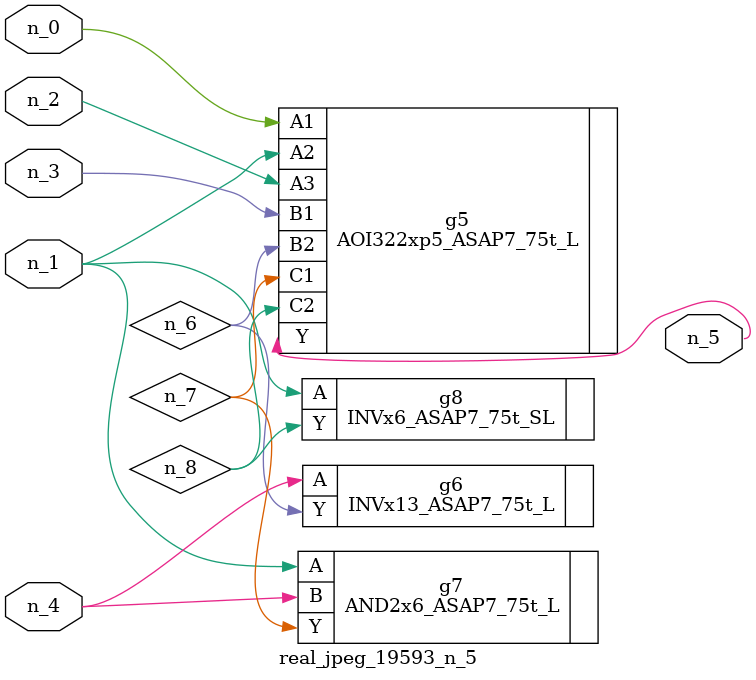
<source format=v>
module real_jpeg_19593_n_5 (n_4, n_0, n_1, n_2, n_3, n_5);

input n_4;
input n_0;
input n_1;
input n_2;
input n_3;

output n_5;

wire n_8;
wire n_6;
wire n_7;

AOI322xp5_ASAP7_75t_L g5 ( 
.A1(n_0),
.A2(n_1),
.A3(n_2),
.B1(n_3),
.B2(n_6),
.C1(n_7),
.C2(n_8),
.Y(n_5)
);

AND2x6_ASAP7_75t_L g7 ( 
.A(n_1),
.B(n_4),
.Y(n_7)
);

INVx6_ASAP7_75t_SL g8 ( 
.A(n_1),
.Y(n_8)
);

INVx13_ASAP7_75t_L g6 ( 
.A(n_4),
.Y(n_6)
);


endmodule
</source>
